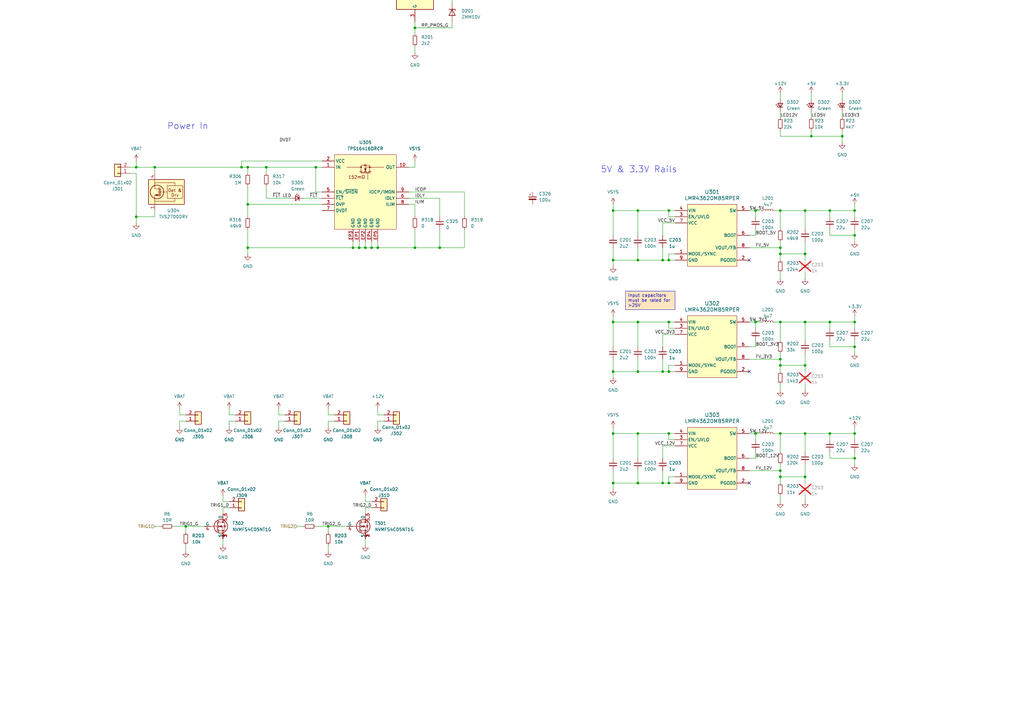
<source format=kicad_sch>
(kicad_sch (version 20231120) (generator "eeschema") (generator_version "8.0")
  (paper "A3")
  (junction (at 309.88 132.08))
  (junction (at 320.04 132.08))
  (junction (at 63.5 68.58))
  (junction (at 320.04 195.58))
  (junction (at 274.32 177.8))
  (junction (at 251.46 132.08))
  (junction (at 320.04 86.36))
  (junction (at 101.6 68.58))
  (junction (at 350.52 132.08))
  (junction (at 330.2 86.36))
  (junction (at 251.46 152.4))
  (junction (at 274.32 152.4))
  (junction (at 309.88 177.8))
  (junction (at 152.4 101.6))
  (junction (at 144.78 101.6))
  (junction (at 320.04 101.6))
  (junction (at 149.86 101.6))
  (junction (at 251.46 198.12))
  (junction (at 261.62 177.8))
  (junction (at 340.36 132.08))
  (junction (at 101.6 83.82))
  (junction (at 345.44 55.88))
  (junction (at 271.78 106.68))
  (junction (at 350.52 96.52))
  (junction (at 350.52 142.24))
  (junction (at 261.62 152.4))
  (junction (at 320.04 149.86))
  (junction (at 274.32 86.36))
  (junction (at 185.42 -1.27))
  (junction (at 251.46 177.8))
  (junction (at 340.36 177.8))
  (junction (at 251.46 106.68))
  (junction (at 309.88 86.36))
  (junction (at 154.94 101.6))
  (junction (at 330.2 132.08))
  (junction (at 350.52 177.8))
  (junction (at 320.04 104.14))
  (junction (at 330.2 149.86))
  (junction (at 261.62 132.08))
  (junction (at 170.18 11.43))
  (junction (at 332.74 55.88))
  (junction (at 274.32 198.12))
  (junction (at 55.88 68.58))
  (junction (at 320.04 177.8))
  (junction (at 274.32 132.08))
  (junction (at 330.2 195.58))
  (junction (at 274.32 106.68))
  (junction (at 76.2 215.9))
  (junction (at 320.04 147.32))
  (junction (at 340.36 86.36))
  (junction (at 109.22 68.58))
  (junction (at 170.18 101.6))
  (junction (at 99.06 68.58))
  (junction (at 261.62 198.12))
  (junction (at 330.2 104.14))
  (junction (at 147.32 101.6))
  (junction (at 261.62 106.68))
  (junction (at 350.52 86.36))
  (junction (at 271.78 198.12))
  (junction (at 129.54 68.58))
  (junction (at 134.62 215.9))
  (junction (at 350.52 187.96))
  (junction (at 261.62 86.36))
  (junction (at 330.2 177.8))
  (junction (at 251.46 86.36))
  (junction (at 55.88 88.9))
  (junction (at 180.34 101.6))
  (junction (at 320.04 193.04))
  (junction (at 271.78 152.4))
  (junction (at 101.6 101.6))
  (no_connect (at 307.34 152.4))
  (no_connect (at 307.34 198.12))
  (no_connect (at 307.34 106.68))
  (wire (pts (xy 340.36 142.24) (xy 350.52 142.24)))
  (wire (pts (xy 185.42 11.43) (xy 170.18 11.43)))
  (wire (pts (xy 251.46 83.82) (xy 251.46 86.36)))
  (wire (pts (xy 63.5 215.9) (xy 66.04 215.9)))
  (wire (pts (xy 332.74 38.1) (xy 332.74 40.64)))
  (wire (pts (xy 320.04 38.1) (xy 320.04 40.64)))
  (wire (pts (xy 152.4 101.6) (xy 152.4 99.06)))
  (wire (pts (xy 121.92 215.9) (xy 124.46 215.9)))
  (wire (pts (xy 320.04 157.48) (xy 320.04 160.02)))
  (wire (pts (xy 309.88 132.08) (xy 312.42 132.08)))
  (wire (pts (xy 332.74 45.72) (xy 332.74 48.26)))
  (wire (pts (xy 274.32 106.68) (xy 276.86 106.68)))
  (wire (pts (xy 109.22 81.28) (xy 109.22 76.2)))
  (wire (pts (xy 340.36 86.36) (xy 350.52 86.36)))
  (wire (pts (xy 274.32 195.58) (xy 276.86 195.58)))
  (wire (pts (xy 251.46 152.4) (xy 261.62 152.4)))
  (wire (pts (xy 330.2 111.76) (xy 330.2 114.3)))
  (wire (pts (xy 350.52 139.7) (xy 350.52 142.24)))
  (wire (pts (xy 271.78 147.32) (xy 271.78 152.4)))
  (wire (pts (xy 53.34 68.58) (xy 55.88 68.58)))
  (wire (pts (xy 55.88 66.04) (xy 55.88 68.58)))
  (wire (pts (xy 320.04 55.88) (xy 320.04 53.34)))
  (wire (pts (xy 116.84 172.72) (xy 114.3 172.72)))
  (wire (pts (xy 274.32 198.12) (xy 276.86 198.12)))
  (wire (pts (xy 345.44 38.1) (xy 345.44 40.64)))
  (wire (pts (xy 350.52 88.9) (xy 350.52 86.36)))
  (wire (pts (xy 180.34 101.6) (xy 170.18 101.6)))
  (wire (pts (xy 307.34 101.6) (xy 320.04 101.6)))
  (wire (pts (xy 116.84 170.18) (xy 114.3 170.18)))
  (wire (pts (xy 309.88 86.36) (xy 312.42 86.36)))
  (wire (pts (xy 350.52 175.26) (xy 350.52 177.8)))
  (wire (pts (xy 307.34 193.04) (xy 320.04 193.04)))
  (wire (pts (xy 320.04 177.8) (xy 320.04 185.42)))
  (wire (pts (xy 99.06 66.04) (xy 99.06 68.58)))
  (wire (pts (xy 309.88 139.7) (xy 309.88 142.24)))
  (wire (pts (xy 340.36 132.08) (xy 350.52 132.08)))
  (wire (pts (xy 309.88 88.9) (xy 309.88 86.36)))
  (wire (pts (xy 101.6 93.98) (xy 101.6 101.6)))
  (wire (pts (xy 73.66 170.18) (xy 73.66 167.64)))
  (wire (pts (xy 274.32 132.08) (xy 274.32 134.62)))
  (wire (pts (xy 157.48 170.18) (xy 154.94 170.18)))
  (wire (pts (xy 251.46 177.8) (xy 261.62 177.8)))
  (wire (pts (xy 93.98 205.74) (xy 91.44 205.74)))
  (wire (pts (xy 271.78 137.16) (xy 276.86 137.16)))
  (wire (pts (xy 180.34 93.98) (xy 180.34 101.6)))
  (wire (pts (xy 332.74 55.88) (xy 345.44 55.88)))
  (wire (pts (xy 330.2 132.08) (xy 340.36 132.08)))
  (wire (pts (xy 251.46 129.54) (xy 251.46 132.08)))
  (wire (pts (xy 261.62 101.6) (xy 261.62 106.68)))
  (wire (pts (xy 340.36 134.62) (xy 340.36 132.08)))
  (wire (pts (xy 129.54 215.9) (xy 134.62 215.9)))
  (wire (pts (xy 274.32 86.36) (xy 274.32 88.9)))
  (wire (pts (xy 101.6 68.58) (xy 109.22 68.58)))
  (wire (pts (xy 190.5 93.98) (xy 190.5 101.6)))
  (wire (pts (xy 271.78 96.52) (xy 271.78 91.44)))
  (wire (pts (xy 271.78 91.44) (xy 276.86 91.44)))
  (wire (pts (xy 320.04 190.5) (xy 320.04 193.04)))
  (wire (pts (xy 330.2 195.58) (xy 330.2 198.12)))
  (wire (pts (xy 251.46 96.52) (xy 251.46 86.36)))
  (wire (pts (xy 73.66 175.26) (xy 73.66 172.72)))
  (wire (pts (xy 274.32 86.36) (xy 276.86 86.36)))
  (wire (pts (xy 320.04 86.36) (xy 330.2 86.36)))
  (wire (pts (xy 109.22 68.58) (xy 129.54 68.58)))
  (wire (pts (xy 309.88 96.52) (xy 307.34 96.52)))
  (wire (pts (xy 261.62 86.36) (xy 274.32 86.36)))
  (wire (pts (xy 317.5 86.36) (xy 320.04 86.36)))
  (wire (pts (xy 309.88 134.62) (xy 309.88 132.08)))
  (wire (pts (xy 261.62 187.96) (xy 261.62 177.8)))
  (wire (pts (xy 96.52 172.72) (xy 93.98 172.72)))
  (wire (pts (xy 340.36 139.7) (xy 340.36 142.24)))
  (wire (pts (xy 350.52 129.54) (xy 350.52 132.08)))
  (wire (pts (xy 251.46 101.6) (xy 251.46 106.68)))
  (wire (pts (xy 332.74 55.88) (xy 320.04 55.88)))
  (wire (pts (xy 274.32 195.58) (xy 274.32 198.12)))
  (wire (pts (xy 76.2 170.18) (xy 73.66 170.18)))
  (wire (pts (xy 276.86 180.34) (xy 274.32 180.34)))
  (wire (pts (xy 320.04 147.32) (xy 320.04 149.86)))
  (wire (pts (xy 309.88 177.8) (xy 312.42 177.8)))
  (wire (pts (xy 350.52 185.42) (xy 350.52 187.96)))
  (wire (pts (xy 76.2 172.72) (xy 73.66 172.72)))
  (wire (pts (xy 251.46 86.36) (xy 261.62 86.36)))
  (wire (pts (xy 134.62 175.26) (xy 134.62 172.72)))
  (wire (pts (xy 320.04 144.78) (xy 320.04 147.32)))
  (wire (pts (xy 271.78 198.12) (xy 274.32 198.12)))
  (wire (pts (xy 251.46 106.68) (xy 261.62 106.68)))
  (wire (pts (xy 340.36 185.42) (xy 340.36 187.96)))
  (wire (pts (xy 274.32 177.8) (xy 276.86 177.8)))
  (wire (pts (xy 157.48 172.72) (xy 154.94 172.72)))
  (wire (pts (xy 309.88 142.24) (xy 307.34 142.24)))
  (wire (pts (xy 185.42 1.27) (xy 185.42 -1.27)))
  (wire (pts (xy 152.4 205.74) (xy 149.86 205.74)))
  (wire (pts (xy 350.52 93.98) (xy 350.52 96.52)))
  (wire (pts (xy 271.78 152.4) (xy 274.32 152.4)))
  (wire (pts (xy 340.36 93.98) (xy 340.36 96.52)))
  (wire (pts (xy 320.04 132.08) (xy 330.2 132.08)))
  (wire (pts (xy 330.2 104.14) (xy 330.2 106.68)))
  (wire (pts (xy 320.04 101.6) (xy 320.04 104.14)))
  (wire (pts (xy 114.3 170.18) (xy 114.3 167.64)))
  (wire (pts (xy 190.5 101.6) (xy 180.34 101.6)))
  (wire (pts (xy 330.2 149.86) (xy 330.2 152.4)))
  (wire (pts (xy 307.34 132.08) (xy 309.88 132.08)))
  (wire (pts (xy 55.88 88.9) (xy 55.88 71.12)))
  (wire (pts (xy 137.16 170.18) (xy 134.62 170.18)))
  (wire (pts (xy 129.54 68.58) (xy 129.54 78.74)))
  (wire (pts (xy 185.42 8.89) (xy 185.42 11.43)))
  (wire (pts (xy 101.6 101.6) (xy 144.78 101.6)))
  (wire (pts (xy 274.32 177.8) (xy 274.32 180.34)))
  (wire (pts (xy 261.62 193.04) (xy 261.62 198.12)))
  (wire (pts (xy 320.04 195.58) (xy 320.04 193.04)))
  (wire (pts (xy 101.6 83.82) (xy 132.08 83.82)))
  (wire (pts (xy 307.34 86.36) (xy 309.88 86.36)))
  (wire (pts (xy 276.86 134.62) (xy 274.32 134.62)))
  (wire (pts (xy 320.04 149.86) (xy 320.04 152.4)))
  (wire (pts (xy 271.78 101.6) (xy 271.78 106.68)))
  (wire (pts (xy 99.06 66.04) (xy 132.08 66.04)))
  (wire (pts (xy 320.04 177.8) (xy 330.2 177.8)))
  (wire (pts (xy 320.04 132.08) (xy 320.04 139.7)))
  (wire (pts (xy 93.98 170.18) (xy 93.98 167.64)))
  (wire (pts (xy 251.46 152.4) (xy 251.46 154.94)))
  (wire (pts (xy 149.86 208.28) (xy 152.4 208.28)))
  (wire (pts (xy 330.2 190.5) (xy 330.2 195.58)))
  (wire (pts (xy 274.32 149.86) (xy 274.32 152.4)))
  (wire (pts (xy 320.04 195.58) (xy 330.2 195.58)))
  (wire (pts (xy 309.88 93.98) (xy 309.88 96.52)))
  (wire (pts (xy 170.18 19.05) (xy 170.18 21.59)))
  (wire (pts (xy 340.36 180.34) (xy 340.36 177.8)))
  (wire (pts (xy 101.6 68.58) (xy 101.6 71.12)))
  (wire (pts (xy 91.44 208.28) (xy 93.98 208.28)))
  (wire (pts (xy 154.94 170.18) (xy 154.94 167.64)))
  (wire (pts (xy 320.04 111.76) (xy 320.04 114.3)))
  (wire (pts (xy 274.32 104.14) (xy 274.32 106.68)))
  (wire (pts (xy 271.78 193.04) (xy 271.78 198.12)))
  (wire (pts (xy 309.88 187.96) (xy 307.34 187.96)))
  (wire (pts (xy 350.52 142.24) (xy 350.52 144.78)))
  (wire (pts (xy 134.62 170.18) (xy 134.62 167.64)))
  (wire (pts (xy 101.6 76.2) (xy 101.6 83.82)))
  (wire (pts (xy 180.34 81.28) (xy 180.34 88.9)))
  (wire (pts (xy 271.78 187.96) (xy 271.78 182.88)))
  (wire (pts (xy 340.36 88.9) (xy 340.36 86.36)))
  (wire (pts (xy 345.44 53.34) (xy 345.44 55.88)))
  (wire (pts (xy 274.32 104.14) (xy 276.86 104.14)))
  (wire (pts (xy 251.46 193.04) (xy 251.46 198.12)))
  (wire (pts (xy 317.5 177.8) (xy 320.04 177.8)))
  (wire (pts (xy 154.94 175.26) (xy 154.94 172.72)))
  (wire (pts (xy 144.78 101.6) (xy 147.32 101.6)))
  (wire (pts (xy 251.46 187.96) (xy 251.46 177.8)))
  (wire (pts (xy 251.46 142.24) (xy 251.46 132.08)))
  (wire (pts (xy 124.46 81.28) (xy 132.08 81.28)))
  (wire (pts (xy 170.18 83.82) (xy 170.18 88.9)))
  (wire (pts (xy 320.04 203.2) (xy 320.04 205.74)))
  (wire (pts (xy 320.04 104.14) (xy 330.2 104.14)))
  (wire (pts (xy 109.22 68.58) (xy 109.22 71.12)))
  (wire (pts (xy 330.2 157.48) (xy 330.2 160.02)))
  (wire (pts (xy 345.44 45.72) (xy 345.44 48.26)))
  (wire (pts (xy 309.88 180.34) (xy 309.88 177.8)))
  (wire (pts (xy 170.18 93.98) (xy 170.18 101.6)))
  (wire (pts (xy 170.18 11.43) (xy 170.18 13.97)))
  (wire (pts (xy 76.2 226.06) (xy 76.2 223.52)))
  (wire (pts (xy 340.36 177.8) (xy 350.52 177.8)))
  (wire (pts (xy 261.62 177.8) (xy 274.32 177.8)))
  (wire (pts (xy 55.88 68.58) (xy 63.5 68.58)))
  (wire (pts (xy 101.6 68.58) (xy 99.06 68.58)))
  (wire (pts (xy 261.62 132.08) (xy 274.32 132.08)))
  (wire (pts (xy 170.18 83.82) (xy 167.64 83.82)))
  (wire (pts (xy 261.62 96.52) (xy 261.62 86.36)))
  (wire (pts (xy 350.52 83.82) (xy 350.52 86.36)))
  (wire (pts (xy 185.42 -1.27) (xy 182.88 -1.27)))
  (wire (pts (xy 53.34 71.12) (xy 55.88 71.12)))
  (wire (pts (xy 330.2 177.8) (xy 330.2 185.42)))
  (wire (pts (xy 134.62 226.06) (xy 134.62 223.52)))
  (wire (pts (xy 190.5 78.74) (xy 190.5 88.9)))
  (wire (pts (xy 271.78 142.24) (xy 271.78 137.16)))
  (wire (pts (xy 309.88 185.42) (xy 309.88 187.96)))
  (wire (pts (xy 330.2 132.08) (xy 330.2 139.7)))
  (wire (pts (xy 350.52 134.62) (xy 350.52 132.08)))
  (wire (pts (xy 170.18 66.04) (xy 170.18 68.58)))
  (wire (pts (xy 170.18 101.6) (xy 154.94 101.6)))
  (wire (pts (xy 251.46 147.32) (xy 251.46 152.4)))
  (wire (pts (xy 144.78 101.6) (xy 144.78 99.06)))
  (wire (pts (xy 55.88 88.9) (xy 63.5 88.9)))
  (wire (pts (xy 274.32 149.86) (xy 276.86 149.86)))
  (wire (pts (xy 251.46 106.68) (xy 251.46 109.22)))
  (wire (pts (xy 147.32 101.6) (xy 149.86 101.6)))
  (wire (pts (xy 340.36 187.96) (xy 350.52 187.96)))
  (wire (pts (xy 76.2 215.9) (xy 83.82 215.9)))
  (wire (pts (xy 350.52 96.52) (xy 350.52 99.06)))
  (wire (pts (xy 114.3 175.26) (xy 114.3 172.72)))
  (wire (pts (xy 320.04 149.86) (xy 330.2 149.86)))
  (wire (pts (xy 149.86 101.6) (xy 152.4 101.6)))
  (wire (pts (xy 332.74 53.34) (xy 332.74 55.88)))
  (wire (pts (xy 350.52 187.96) (xy 350.52 190.5)))
  (wire (pts (xy 261.62 152.4) (xy 271.78 152.4)))
  (wire (pts (xy 101.6 83.82) (xy 101.6 88.9)))
  (wire (pts (xy 63.5 68.58) (xy 99.06 68.58)))
  (wire (pts (xy 147.32 101.6) (xy 147.32 99.06)))
  (wire (pts (xy 91.44 220.98) (xy 91.44 223.52)))
  (wire (pts (xy 350.52 180.34) (xy 350.52 177.8)))
  (wire (pts (xy 132.08 78.74) (xy 129.54 78.74)))
  (wire (pts (xy 261.62 142.24) (xy 261.62 132.08)))
  (wire (pts (xy 152.4 101.6) (xy 154.94 101.6)))
  (wire (pts (xy 320.04 86.36) (xy 320.04 93.98)))
  (wire (pts (xy 271.78 106.68) (xy 274.32 106.68)))
  (wire (pts (xy 330.2 86.36) (xy 330.2 93.98)))
  (wire (pts (xy 119.38 81.28) (xy 109.22 81.28)))
  (wire (pts (xy 76.2 215.9) (xy 76.2 218.44)))
  (wire (pts (xy 251.46 175.26) (xy 251.46 177.8)))
  (wire (pts (xy 330.2 144.78) (xy 330.2 149.86)))
  (wire (pts (xy 320.04 45.72) (xy 320.04 48.26)))
  (wire (pts (xy 167.64 78.74) (xy 190.5 78.74)))
  (wire (pts (xy 340.36 96.52) (xy 350.52 96.52)))
  (wire (pts (xy 134.62 215.9) (xy 134.62 218.44)))
  (wire (pts (xy 129.54 68.58) (xy 132.08 68.58)))
  (wire (pts (xy 137.16 172.72) (xy 134.62 172.72)))
  (wire (pts (xy 307.34 147.32) (xy 320.04 147.32)))
  (wire (pts (xy 149.86 220.98) (xy 149.86 223.52)))
  (wire (pts (xy 271.78 182.88) (xy 276.86 182.88)))
  (wire (pts (xy 96.52 170.18) (xy 93.98 170.18)))
  (wire (pts (xy 63.5 68.58) (xy 63.5 71.12)))
  (wire (pts (xy 154.94 101.6) (xy 154.94 99.06)))
  (wire (pts (xy 274.32 132.08) (xy 276.86 132.08)))
  (wire (pts (xy 320.04 104.14) (xy 320.04 106.68)))
  (wire (pts (xy 149.86 210.82) (xy 149.86 208.28)))
  (wire (pts (xy 330.2 203.2) (xy 330.2 205.74)))
  (wire (pts (xy 71.12 215.9) (xy 76.2 215.9)))
  (wire (pts (xy 170.18 8.89) (xy 170.18 11.43)))
  (wire (pts (xy 320.04 99.06) (xy 320.04 101.6)))
  (wire (pts (xy 320.04 195.58) (xy 320.04 198.12)))
  (wire (pts (xy 276.86 88.9) (xy 274.32 88.9)))
  (wire (pts (xy 330.2 99.06) (xy 330.2 104.14)))
  (wire (pts (xy 330.2 177.8) (xy 340.36 177.8)))
  (wire (pts (xy 185.42 -3.81) (xy 185.42 -1.27)))
  (wire (pts (xy 167.64 81.28) (xy 180.34 81.28)))
  (wire (pts (xy 167.64 68.58) (xy 170.18 68.58)))
  (wire (pts (xy 345.44 55.88) (xy 345.44 58.42)))
  (wire (pts (xy 91.44 210.82) (xy 91.44 208.28)))
  (wire (pts (xy 261.62 147.32) (xy 261.62 152.4)))
  (wire (pts (xy 317.5 132.08) (xy 320.04 132.08)))
  (wire (pts (xy 251.46 198.12) (xy 251.46 200.66)))
  (wire (pts (xy 274.32 152.4) (xy 276.86 152.4)))
  (wire (pts (xy 251.46 198.12) (xy 261.62 198.12)))
  (wire (pts (xy 330.2 86.36) (xy 340.36 86.36)))
  (wire (pts (xy 55.88 91.44) (xy 55.88 88.9)))
  (wire (pts (xy 149.86 101.6) (xy 149.86 99.06)))
  (wire (pts (xy 261.62 198.12) (xy 271.78 198.12)))
  (wire (pts (xy 134.62 215.9) (xy 142.24 215.9)))
  (wire (pts (xy 261.62 106.68) (xy 271.78 106.68)))
  (wire (pts (xy 63.5 86.36) (xy 63.5 88.9)))
  (wire (pts (xy 93.98 175.26) (xy 93.98 172.72)))
  (wire (pts (xy 101.6 104.14) (xy 101.6 101.6)))
  (wire (pts (xy 251.46 132.08) (xy 261.62 132.08)))
  (wire (pts (xy 149.86 205.74) (xy 149.86 203.2)))
  (wire (pts (xy 91.44 205.74) (xy 91.44 203.2)))
  (wire (pts (xy 307.34 177.8) (xy 309.88 177.8)))
  (text_box "Input capacitors must be rated for >25V" (at 256.54 119.38 0) (size 20.32 7.62) (fill (type color) (color 255 229 191 1)) (effects (font (size 1.27 1.27)) (justify left top)))
  (text "Power In" (at 68.58 53.34 0) (effects (font (size 2.54 2.54)) (justify left bottom)))
  (text "5V & 3.3V Rails" (at 246.38 71.12 0) (effects (font (size 2.54 2.54)) (justify left bottom)))
  (label "DVDT" (at 119.38 58.42 180))
  (label "FV_12V" (at 309.88 193.04 0))
  (label "TRIG2_G" (at 132.08 215.9 0))
  (label "BOOT_5V" (at 309.88 96.52 0))
  (label "VCC_3V3" (at 276.86 137.16 180))
  (label "VCC_5V" (at 276.86 91.44 180))
  (label "BOOT_12V" (at 309.88 187.96 0))
  (label "TRIG1_G" (at 73.66 215.9 0))
  (label "~{FLT} LED" (at 111.76 81.28 0))
  (label "VCC_12V" (at 276.86 182.88 180))
  (label "TRIG1_D" (at 93.98 208.28 180))
  (label "~{FLT}" (at 127 81.28 0))
  (label "TRIG2_D" (at 152.4 208.28 180))
  (label "SW_12V" (at 307.34 177.8 0))
  (label "SW_3V3" (at 307.34 132.08 0))
  (label "LED3V3" (at 345.44 48.26 0))
  (label "FV_5V" (at 309.88 101.6 0))
  (label "LED5V" (at 332.74 48.26 0))
  (label "LED12V" (at 320.04 48.26 0))
  (label "RP_PMOS_G" (at 172.72 11.43 0))
  (label "FV_3V3" (at 309.88 147.32 0))
  (label "IDLY" (at 170.18 81.28 0))
  (label "ILIM" (at 170.18 83.82 0))
  (label "SW_5V" (at 307.34 86.36 0))
  (label "ICOP" (at 170.18 78.74 0))
  (label "BOOT_3V3" (at 309.88 142.24 0))
  (hierarchical_label "TRIG2" (shape input) (at 121.92 215.9 180))
  (hierarchical_label "TRIG1" (shape input) (at 63.5 215.9 180))
  (symbol (lib_id "Connector_Generic:Conn_01x02") (at 121.92 172.72 0) (mirror x) (unit 1)
    (property "Reference" "J307" (at 121.92 179.07 0))
    (property "Value" "Conn_01x02" (at 121.92 176.53 0))
    (property "Footprint" "Connector_AMASS:AMASS_XT30U-F_1x02_P5.0mm_Vertical" (effects (hide yes)))
  )
  (symbol (lib_id "power:GND") (at 330.2 114.3 0) (unit 1)
    (property "Reference" "#PWR0207" (effects (hide yes)))
    (property "Value" "GND" (at 330.2 119.38 0))
    (instances (project "Motor Driver Board" (path "" (reference "#PWR0207") (unit 1))) (project "main_PCB_v2" (path "" (reference "#PWR0316") (unit 1))) (project "101 PCB" (path "" (reference "#PWR0168") (unit 1))))
  )
  (symbol (lib_id "power:GND") (at 350.52 190.5 0) (unit 1)
    (property "Reference" "#PWR0207" (effects (hide yes)))
    (property "Value" "GND" (at 350.52 195.58 0))
    (instances (project "Motor Driver Board" (path "" (reference "#PWR0207") (unit 1))) (project "main_PCB_v2" (path "" (reference "#PWR0308") (unit 1))) (project "101 PCB" (path "" (reference "#PWR0168") (unit 1))))
  )
  (symbol (lib_id "SSL_Symbols:VBAT") (at 55.88 66.04 0) (unit 1)
    (property "Reference" "#PWR0322" (effects (hide yes)))
    (property "Value" "VBAT" (at 55.88 60.96 0))
  )
  (symbol (lib_id "SSL_Symbols:VBAT") (at 73.66 167.64 0) (unit 1)
    (property "Reference" "#PWR0314" (effects (hide yes)))
    (property "Value" "VBAT" (at 73.66 162.56 0))
  )
  (symbol (lib_id "Device:R_Small") (at 320.04 187.96 0) (unit 1)
    (property "Reference" "R202" (at 322.58 187.325 0) (effects (justify left)))
    (property "Value" "120k" (at 322.58 189.865 0) (effects (justify left)))
    (property "Footprint" "Resistor_SMD:R_0402_1005Metric" (effects (hide yes)))
    (instances (project "Motor Driver Board" (path "" (reference "R202") (unit 1))) (project "main_PCB_v2" (path "" (reference "R301") (unit 1))) (project "Power Board" (path "" (reference "R215") (unit 1))) (project "101 PCB" (path "" (reference "R101") (unit 1))))
  )
  (symbol (lib_id "Device:R_Small") (at 190.5 91.44 0) (unit 1)
    (property "Reference" "R319" (at 193.04 90.17 0) (effects (justify left)))
    (property "Value" "0" (at 193.04 92.71 0) (effects (justify left)))
    (property "Footprint" "Resistor_SMD:R_0402_1005Metric" (effects (hide yes)))
  )
  (symbol (lib_id "Connector_Generic:Conn_01x02") (at 162.56 172.72 0) (mirror x) (unit 1)
    (property "Reference" "J302" (at 162.56 177.8 0))
    (property "Value" "Conn_01x02" (at 162.56 175.26 0))
    (property "Footprint" "Connector_AMASS:AMASS_XT30U-F_1x02_P5.0mm_Vertical" (effects (hide yes)))
  )
  (symbol (lib_id "power:GND") (at 134.62 226.06 0) (mirror y) (unit 1)
    (property "Reference" "#PWR072" (effects (hide yes)))
    (property "Value" "GND" (at 134.62 231.14 0))
    (instances (project "DE10-lite_shield" (path "" (reference "#PWR072") (unit 1)) (path "" (reference "#PWR072") (unit 1))) (project "Motor Driver Board" (path "" (reference "#PWR0209") (unit 1))) (project "main_PCB_v2" (path "" (reference "#PWR0346") (unit 1))) (project "Power Board" (path "" (reference "#PWR037") (unit 1))))
  )
  (symbol (lib_id "power:+3.3V") (at 345.44 38.1 0) (unit 1)
    (property "Reference" "#PWR0221" (effects (hide yes)))
    (property "Value" "+3.3V" (at 345.44 34.29 0))
    (instances (project "Motor Driver Board" (path "" (reference "#PWR0221") (unit 1))) (project "main_PCB_v2" (path "" (reference "#PWR0319") (unit 1))) (project "Power Board" (path "" (reference "#PWR0251") (unit 1))) (project "101 PCB" (path "" (reference "#PWR0114") (unit 1))))
  )
  (symbol (lib_id "Device:C_Small") (at 261.62 99.06 0) (unit 1)
    (property "Reference" "C203" (at 264.16 98.4313 0) (effects (justify left)))
    (property "Value" "100n" (at 264.16 100.9713 0) (effects (justify left)))
    (property "Footprint" "Capacitor_SMD:C_0402_1005Metric" (effects (hide yes)))
    (instances (project "Motor Driver Board" (path "" (reference "C203") (unit 1))) (project "main_PCB_v2" (path "" (reference "C321") (unit 1))) (project "Power Board" (path "" (reference "C208") (unit 1))) (project "101 PCB" (path "" (reference "C102") (unit 1))))
  )
  (symbol (lib_id "Connector_Generic:Conn_01x02") (at 99.06 208.28 0) (mirror x) (unit 1)
    (property "Reference" "J309" (at 99.06 203.2 0))
    (property "Value" "Conn_01x02" (at 99.06 200.66 0))
    (property "Footprint" "Connector_AMASS:AMASS_XT30U-F_1x02_P5.0mm_Vertical" (effects (hide yes)))
  )
  (symbol (lib_id "Device:LED_Small") (at 121.92 81.28 0) (mirror y) (unit 1)
    (property "Reference" "D305" (at 119.38 74.93 0) (effects (justify right)))
    (property "Value" "Green" (at 119.38 77.47 0) (effects (justify right)))
    (property "Footprint" "LED_SMD:LED_0402_1005Metric" (effects (hide yes)))
  )
  (symbol (lib_id "power:GND") (at 330.2 205.74 0) (unit 1)
    (property "Reference" "#PWR0207" (effects (hide yes)))
    (property "Value" "GND" (at 330.2 210.82 0))
    (instances (project "Motor Driver Board" (path "" (reference "#PWR0207") (unit 1))) (project "main_PCB_v2" (path "" (reference "#PWR0310") (unit 1))) (project "101 PCB" (path "" (reference "#PWR0168") (unit 1))))
  )
  (symbol (lib_id "power:GND") (at 93.98 175.26 0) (mirror y) (unit 1)
    (property "Reference" "#PWR072" (effects (hide yes)))
    (property "Value" "GND" (at 93.98 180.34 0))
    (instances (project "DE10-lite_shield" (path "" (reference "#PWR072") (unit 1)) (path "" (reference "#PWR072") (unit 1))) (project "Motor Driver Board" (path "" (reference "#PWR0204") (unit 1))) (project "main_PCB_v2" (path "" (reference "#PWR0327") (unit 1))) (project "Power Board" (path "" (reference "#PWR037") (unit 1))))
  )
  (symbol (lib_id "power:+12V") (at 154.94 167.64 0) (unit 1)
    (property "Reference" "#PWR0309" (effects (hide yes)))
    (property "Value" "+12V" (at 154.94 162.56 0))
  )
  (symbol (lib_id "power:GND") (at 251.46 200.66 0) (unit 1)
    (property "Reference" "#PWR0207" (effects (hide yes)))
    (property "Value" "GND" (at 251.46 205.74 0))
    (instances (project "Motor Driver Board" (path "" (reference "#PWR0207") (unit 1))) (project "main_PCB_v2" (path "" (reference "#PWR0305") (unit 1))) (project "101 PCB" (path "" (reference "#PWR0168") (unit 1))))
  )
  (symbol (lib_id "SSL_Symbols:VBAT") (at 91.44 203.2 0) (unit 1)
    (property "Reference" "#PWR0313" (effects (hide yes)))
    (property "Value" "VBAT" (at 91.44 198.12 0))
  )
  (symbol (lib_id "Connector_Generic:Conn_01x02") (at 101.6 172.72 0) (mirror x) (unit 1)
    (property "Reference" "J306" (at 101.6 179.07 0))
    (property "Value" "Conn_01x02" (at 101.6 176.53 0))
    (property "Footprint" "Connector_AMASS:AMASS_XT30U-F_1x02_P5.0mm_Vertical" (effects (hide yes)))
  )
  (symbol (lib_id "Device:C_Small") (at 330.2 154.94 0) (unit 1) (dnp yes)
    (property "Reference" "C203" (at 332.74 154.3113 0) (effects (justify left)))
    (property "Value" "1n" (at 332.74 156.8513 0) (effects (justify left)))
    (property "Footprint" "Capacitor_SMD:C_0402_1005Metric" (effects (hide yes)))
    (instances (project "Motor Driver Board" (path "" (reference "C203") (unit 1))) (project "main_PCB_v2" (path "" (reference "C323") (unit 1))) (project "Power Board" (path "" (reference "C208") (unit 1))) (project "101 PCB" (path "" (reference "C102") (unit 1))))
  )
  (symbol (lib_id "Device:R_Small") (at 170.18 91.44 0) (unit 1)
    (property "Reference" "R318" (at 172.72 90.17 0) (effects (justify left)))
    (property "Value" "0" (at 172.72 92.71 0) (effects (justify left)))
    (property "Footprint" "Resistor_SMD:R_0402_1005Metric" (effects (hide yes)))
  )
  (symbol (lib_id "Device:C_Small") (at 309.88 182.88 0) (unit 1)
    (property "Reference" "C203" (at 312.42 182.2513 0) (effects (justify left)))
    (property "Value" "100n" (at 312.42 184.7913 0) (effects (justify left)))
    (property "Footprint" "Capacitor_SMD:C_0402_1005Metric" (effects (hide yes)))
    (instances (project "Motor Driver Board" (path "" (reference "C203") (unit 1))) (project "main_PCB_v2" (path "" (reference "C304") (unit 1))) (project "Power Board" (path "" (reference "C208") (unit 1))) (project "101 PCB" (path "" (reference "C102") (unit 1))))
  )
  (symbol (lib_id "Device:R_Small") (at 320.04 109.22 0) (unit 1)
    (property "Reference" "R203" (at 322.58 107.95 0) (effects (justify left)))
    (property "Value" "12k4" (at 322.58 110.49 0) (effects (justify left)))
    (property "Footprint" "Resistor_SMD:R_0402_1005Metric" (effects (hide yes)))
    (instances (project "Motor Driver Board" (path "" (reference "R203") (unit 1))) (project "main_PCB_v2" (path "" (reference "R309") (unit 1))) (project "Power Board" (path "" (reference "R216") (unit 1))) (project "101 PCB" (path "" (reference "R102") (unit 1))))
  )
  (symbol (lib_id "Connector_Generic:Conn_01x02") (at 142.24 172.72 0) (mirror x) (unit 1)
    (property "Reference" "J308" (at 142.24 179.07 0))
    (property "Value" "Conn_01x02" (at 142.24 176.53 0))
    (property "Footprint" "Connector_AMASS:AMASS_XT30U-F_1x02_P5.0mm_Vertical" (effects (hide yes)))
  )
  (symbol (lib_id "Device:C_Small") (at 350.52 137.16 0) (unit 1)
    (property "Reference" "C207" (at 353.06 136.5313 0) (effects (justify left)))
    (property "Value" "22u" (at 353.06 139.0713 0) (effects (justify left)))
    (property "Footprint" "Capacitor_SMD:C_0603_1608Metric" (effects (hide yes)))
    (instances (project "Motor Driver Board" (path "" (reference "C207") (unit 1))) (project "main_PCB_v2" (path "" (reference "C320") (unit 1))) (project "Power Board" (path "" (reference "C215") (unit 1))) (project "101 PCB" (path "" (reference "C103") (unit 1))))
  )
  (symbol (lib_id "Device:L_Small") (at 314.96 86.36 90) (unit 1)
    (property "Reference" "L201" (at 314.96 81.28 90))
    (property "Value" "4u7" (at 314.96 83.82 90))
    (property "Footprint" "Inductor_SMD:L_Chilisin_BMRA00040420" (effects (hide yes)))
    (instances (project "Motor Driver Board" (path "" (reference "L201") (unit 1))) (project "main_PCB_v2" (path "" (reference "L305") (unit 1))) (project "Power Board" (path "" (reference "L201") (unit 1))) (project "101 PCB" (path "" (reference "L101") (unit 1))))
  )
  (symbol (lib_id "power:+5V") (at 332.74 38.1 0) (unit 1)
    (property "Reference" "#PWR0219" (effects (hide yes)))
    (property "Value" "+5V" (at 332.74 34.29 0))
    (instances (project "Motor Driver Board" (path "" (reference "#PWR0219") (unit 1))) (project "main_PCB_v2" (path "" (reference "#PWR0318") (unit 1))) (project "Power Board" (path "" (reference "#PWR0248") (unit 1))) (project "101 PCB" (path "" (reference "#PWR0118") (unit 1))))
  )
  (symbol (lib_id "SSL_Symbols:VSYS") (at 170.18 66.04 0) (unit 1)
    (property "Reference" "#PWR0324" (effects (hide yes)))
    (property "Value" "VSYS" (at 170.18 60.96 0))
  )
  (symbol (lib_id "TPS16416DRCR:TPS16416DRCR") (at 149.86 76.2 0) (unit 1)
    (property "Reference" "U305" (at 149.86 58.42 0))
    (property "Value" "TPS16416DRCR" (at 149.86 60.96 0))
    (property "Footprint" "TPS74901DRCR" (effects (hide yes)))
    (property "Datasheet" "https://www.ti.com/product/de-de/TPS1641#all" (effects (hide yes)))
    (property "Description" "Hot Swap Voltage Controllers 2.7-V to 40-V 152-mohm 1.8-A eFuse with output power limiting" (effects (hide yes)))
    (property "Height" "2" (effects (hide yes)))
    (property "Mouser Part Number" "595-TPS16416DRCR" (effects (hide yes)))
    (property "Mouser Price/Stock" "https://www.mouser.co.uk/ProductDetail/Texas-Instruments/TPS16416DRCR?qs=ulEaXIWI0c%2Fz%2F%2Fu%2F0Pxr8Q%3D%3D" (effects (hide yes)))
    (property "Manufacturer_Name" "Texas Instruments" (effects (hide yes)))
    (property "Manufacturer_Part_Number" "TPS16416DRCR" (effects (hide yes)))
  )
  (symbol (lib_id "Connector_Generic:Conn_01x02") (at 48.26 71.12 180) (unit 1)
    (property "Reference" "J301" (at 48.26 77.47 0))
    (property "Value" "Conn_01x02" (at 48.26 74.93 0))
    (property "Footprint" "Connector_AMASS:AMASS_XT60-M_1x02_P7.20mm_Vertical" (effects (hide yes)))
  )
  (symbol (lib_id "power:GND") (at 251.46 154.94 0) (unit 1)
    (property "Reference" "#PWR0207" (effects (hide yes)))
    (property "Value" "GND" (at 251.46 160.02 0))
    (instances (project "Motor Driver Board" (path "" (reference "#PWR0207") (unit 1))) (project "main_PCB_v2" (path "" (reference "#PWR0338") (unit 1))) (project "101 PCB" (path "" (reference "#PWR0168") (unit 1))))
  )
  (symbol (lib_id "Device:LED_Small") (at 345.44 43.18 90) (unit 1)
    (property "Reference" "D302" (at 347.98 41.91 90) (effects (justify right)))
    (property "Value" "Green" (at 347.98 44.45 90) (effects (justify right)))
    (property "Footprint" "LED_SMD:LED_0402_1005Metric" (effects (hide yes)))
    (instances (project "Motor Driver Board" (path "" (reference "D302") (unit 1))) (project "main_PCB_v2" (path "" (reference "D304") (unit 1))))
  )
  (symbol (lib_id "Device:C_Small") (at 271.78 190.5 0) (unit 1)
    (property "Reference" "C203" (at 274.32 189.8713 0) (effects (justify left)))
    (property "Value" "1u" (at 274.32 192.4113 0) (effects (justify left)))
    (property "Footprint" "Capacitor_SMD:C_0402_1005Metric" (effects (hide yes)))
    (instances (project "Motor Driver Board" (path "" (reference "C203") (unit 1))) (project "main_PCB_v2" (path "" (reference "C303") (unit 1))) (project "Power Board" (path "" (reference "C208") (unit 1))) (project "101 PCB" (path "" (reference "C102") (unit 1))))
  )
  (symbol (lib_id "power:GND") (at 55.88 91.44 0) (unit 1)
    (property "Reference" "#PWR0321" (effects (hide yes)))
    (property "Value" "GND" (at 55.88 96.52 0))
  )
  (symbol (lib_id "power:GND") (at 114.3 175.26 0) (mirror y) (unit 1)
    (property "Reference" "#PWR072" (effects (hide yes)))
    (property "Value" "GND" (at 114.3 180.34 0))
    (instances (project "DE10-lite_shield" (path "" (reference "#PWR072") (unit 1)) (path "" (reference "#PWR072") (unit 1))) (project "Motor Driver Board" (path "" (reference "#PWR0209") (unit 1))) (project "main_PCB_v2" (path "" (reference "#PWR0329") (unit 1))) (project "Power Board" (path "" (reference "#PWR037") (unit 1))))
  )
  (symbol (lib_id "SSL_Symbols:VSYS") (at 185.42 -3.81 0) (unit 1)
    (property "Reference" "#PWR0303" (effects (hide yes)))
    (property "Value" "VSYS" (at 185.42 -8.89 0))
  )
  (symbol (lib_id "Device:C_Small") (at 340.36 182.88 0) (unit 1)
    (property "Reference" "C207" (at 342.9 182.2513 0) (effects (justify left)))
    (property "Value" "22u" (at 342.9 184.7913 0) (effects (justify left)))
    (property "Footprint" "Capacitor_SMD:C_0603_1608Metric" (effects (hide yes)))
    (instances (project "Motor Driver Board" (path "" (reference "C207") (unit 1))) (project "main_PCB_v2" (path "" (reference "C305") (unit 1))) (project "Power Board" (path "" (reference "C215") (unit 1))) (project "101 PCB" (path "" (reference "C103") (unit 1))))
  )
  (symbol (lib_id "power:GND") (at 134.62 175.26 0) (mirror y) (unit 1)
    (property "Reference" "#PWR072" (effects (hide yes)))
    (property "Value" "GND" (at 134.62 180.34 0))
    (instances (project "DE10-lite_shield" (path "" (reference "#PWR072") (unit 1)) (path "" (reference "#PWR072") (unit 1))) (project "Motor Driver Board" (path "" (reference "#PWR0209") (unit 1))) (project "main_PCB_v2" (path "" (reference "#PWR0331") (unit 1))) (project "Power Board" (path "" (reference "#PWR037") (unit 1))))
  )
  (symbol (lib_name "NVMFS4C05NT1G_1") (lib_id "SSL_Symbols:NVMFS4C05NT1G") (at 91.44 215.9 0) (unit 1)
    (property "Reference" "T302" (at 95.25 214.63 0) (effects (justify left)))
    (property "Value" "NVMFS4C05NT1G" (at 95.25 217.17 0) (effects (justify left)))
    (property "Footprint" "SSL Footprints:TRANS_NVMFS5834NLWFT1G" (effects (hide yes)))
  )
  (symbol (lib_id "Device:R_Small") (at 170.18 16.51 0) (unit 1)
    (property "Reference" "R201" (at 172.72 15.24 0) (effects (justify left)))
    (property "Value" "2k2" (at 172.72 17.78 0) (effects (justify left)))
    (property "Footprint" "Resistor_SMD:R_0402_1005Metric" (effects (hide yes)))
    (instances (project "Motor Driver Board" (path "" (reference "R201") (unit 1))) (project "main_PCB_v2" (path "" (reference "R307") (unit 1))) (project "101 PCB" (path "" (reference "R108") (unit 1))))
  )
  (symbol (lib_id "Device:C_Small") (at 309.88 91.44 0) (unit 1)
    (property "Reference" "C203" (at 312.42 90.8113 0) (effects (justify left)))
    (property "Value" "100n" (at 312.42 93.3513 0) (effects (justify left)))
    (property "Footprint" "Capacitor_SMD:C_0402_1005Metric" (effects (hide yes)))
    (instances (project "Motor Driver Board" (path "" (reference "C203") (unit 1))) (project "main_PCB_v2" (path "" (reference "C312") (unit 1))) (project "Power Board" (path "" (reference "C208") (unit 1))) (project "101 PCB" (path "" (reference "C102") (unit 1))))
  )
  (symbol (lib_id "DMP3028LFDE-7:DMP3028LFDE") (at 170.18 0 0) (unit 1)
    (property "Reference" "Q302" (at 170.18 -8.89 0))
    (property "Value" "DMP3028LFDE" (at 170.18 -6.35 0))
    (property "Footprint" "SSL Footprints:DMP2066UFDE7" (effects (hide yes)))
    (property "Datasheet" "https://www.diodes.com/assets/Datasheets/DMP3028LFDE.pdf" (effects (hide yes)))
    (property "Manufacturer_Name" "Diodes Inc." (effects (hide yes)))
    (property "Manufacturer_Part_Number" "DMP3028LFDE-7" (effects (hide yes)))
    (property "Mouser Part Number" "621-DMP3028LFDE-7" (effects (hide yes)))
    (property "Mouser Price/Stock" "https://www.mouser.co.uk/ProductDetail/Diodes-Incorporated/DMP3028LFDE-7?qs=wo71MgyKIyE%2FG8iDJwxqKA%3D%3D" (effects (hide yes)))
    (property "Arrow Part Number" "DMP3028LFDE-7" (effects (hide yes)))
    (property "Arrow Price/Stock" "https://www.arrow.com/en/products/dmp3028lfde-7/diodes-incorporated?region=nac" (effects (hide yes)))
  )
  (symbol (lib_id "Device:R_Small") (at 320.04 200.66 0) (unit 1)
    (property "Reference" "R203" (at 322.58 199.39 0) (effects (justify left)))
    (property "Value" "11k" (at 322.58 201.93 0) (effects (justify left)))
    (property "Footprint" "Resistor_SMD:R_0402_1005Metric" (effects (hide yes)))
    (instances (project "Motor Driver Board" (path "" (reference "R203") (unit 1))) (project "main_PCB_v2" (path "" (reference "R302") (unit 1))) (project "Power Board" (path "" (reference "R216") (unit 1))) (project "101 PCB" (path "" (reference "R102") (unit 1))))
  )
  (symbol (lib_id "Device:R_Small") (at 127 215.9 270) (mirror x) (unit 1)
    (property "Reference" "R6" (at 127 210.82 90))
    (property "Value" "10R" (at 127 213.36 90))
    (property "Footprint" "Resistor_SMD:R_0402_1005Metric" (effects (hide yes)))
    (instances (project "DE10-lite_shield" (path "" (reference "R6") (unit 1)) (path "" (reference "R6") (unit 1)) (path "" (reference "R14") (unit 1)) (path "" (reference "R32") (unit 1))) (project "Motor Driver Board" (path "" (reference "R309") (unit 1))) (project "main_PCB_v2" (path "" (reference "R313") (unit 1))) (project "Power Board" (path "" (reference "R24") (unit 1))))
  )
  (symbol (lib_id "Diode:ZMMxx") (at 185.42 5.08 270) (unit 1)
    (property "Reference" "D201" (at 189.23 4.445 90) (effects (justify left)))
    (property "Value" "ZMM10V" (at 189.23 6.985 90) (effects (justify left)))
    (property "Footprint" "Diode_SMD:D_MiniMELF" (effects (hide yes)))
    (property "Datasheet" "https://diotec.com/tl_files/diotec/files/pdf/datasheets/zmm1.pdf" (effects (hide yes)))
    (instances (project "Motor Driver Board" (path "" (reference "D201") (unit 1))) (project "main_PCB_v2" (path "" (reference "D303") (unit 1))) (project "101 PCB" (path "" (reference "D104") (unit 1))))
  )
  (symbol (lib_id "power:GND") (at 101.6 104.14 0) (unit 1)
    (property "Reference" "#PWR0323" (effects (hide yes)))
    (property "Value" "GND" (at 101.6 109.22 0))
  )
  (symbol (lib_id "power:+5V") (at 350.52 83.82 0) (unit 1)
    (property "Reference" "#PWR0219" (effects (hide yes)))
    (property "Value" "+5V" (at 350.52 80.01 0))
    (instances (project "Motor Driver Board" (path "" (reference "#PWR0219") (unit 1))) (project "main_PCB_v2" (path "" (reference "#PWR0335") (unit 1))) (project "Power Board" (path "" (reference "#PWR0248") (unit 1))) (project "101 PCB" (path "" (reference "#PWR0118") (unit 1))))
  )
  (symbol (lib_id "SSL_Symbols:VSYS") (at 251.46 129.54 0) (unit 1)
    (property "Reference" "#PWR0301" (effects (hide yes)))
    (property "Value" "VSYS" (at 251.46 124.46 0))
  )
  (symbol (lib_id "LMR43620MB5RPER:LMR43620MB5RPER") (at 292.1 96.52 0) (unit 1)
    (property "Reference" "U301" (at 292.1 78.74 0) (effects (font (size 1.524 1.524))))
    (property "Value" "LMR43620MB5RPER" (at 292.1 81.28 0) (effects (font (size 1.524 1.524))))
    (property "Footprint" "SSL Footprints:LMR43620MB5RPER_TEX" (effects (hide yes)))
    (property "Datasheet" "https://www.ti.com/lit/ds/symlink/lmr43610.pdf?ts=1706463320089&ref_url=https%253A%252F%252Fwww.mouser.co.uk%252F" (effects (hide yes)))
  )
  (symbol (lib_id "Device:R_Small") (at 101.6 91.44 0) (mirror y) (unit 1)
    (property "Reference" "R316" (at 99.06 90.17 0) (effects (justify left)))
    (property "Value" "49k9" (at 99.06 92.71 0) (effects (justify left)))
    (property "Footprint" "Resistor_SMD:R_0402_1005Metric" (effects (hide yes)))
  )
  (symbol (lib_id "Device:R_Small") (at 109.22 73.66 0) (unit 1)
    (property "Reference" "R317" (at 111.76 72.39 0) (effects (justify left)))
    (property "Value" "10k" (at 111.76 74.93 0) (effects (justify left)))
    (property "Footprint" "Resistor_SMD:R_0402_1005Metric" (effects (hide yes)))
  )
  (symbol (lib_id "Device:C_Small") (at 330.2 187.96 0) (unit 1)
    (property "Reference" "C203" (at 332.74 187.3313 0) (effects (justify left)))
    (property "Value" "100p" (at 332.74 189.8713 0) (effects (justify left)))
    (property "Footprint" "Capacitor_SMD:C_0402_1005Metric" (effects (hide yes)))
    (instances (project "Motor Driver Board" (path "" (reference "C203") (unit 1))) (project "main_PCB_v2" (path "" (reference "C307") (unit 1))) (project "Power Board" (path "" (reference "C208") (unit 1))) (project "101 PCB" (path "" (reference "C102") (unit 1))))
  )
  (symbol (lib_id "Device:C_Small") (at 350.52 182.88 0) (unit 1)
    (property "Reference" "C207" (at 353.06 182.2513 0) (effects (justify left)))
    (property "Value" "22u" (at 353.06 184.7913 0) (effects (justify left)))
    (property "Footprint" "Capacitor_SMD:C_0603_1608Metric" (effects (hide yes)))
    (instances (project "Motor Driver Board" (path "" (reference "C207") (unit 1))) (project "main_PCB_v2" (path "" (reference "C306") (unit 1))) (project "Power Board" (path "" (reference "C215") (unit 1))) (project "101 PCB" (path "" (reference "C103") (unit 1))))
  )
  (symbol (lib_id "Device:C_Small") (at 330.2 142.24 0) (unit 1)
    (property "Reference" "C203" (at 332.74 141.6113 0) (effects (justify left)))
    (property "Value" "100p" (at 332.74 144.1513 0) (effects (justify left)))
    (property "Footprint" "Capacitor_SMD:C_0402_1005Metric" (effects (hide yes)))
    (instances (project "Motor Driver Board" (path "" (reference "C203") (unit 1))) (project "main_PCB_v2" (path "" (reference "C308") (unit 1))) (project "Power Board" (path "" (reference "C208") (unit 1))) (project "101 PCB" (path "" (reference "C102") (unit 1))))
  )
  (symbol (lib_id "Connector_Generic:Conn_01x02") (at 157.48 208.28 0) (mirror x) (unit 1)
    (property "Reference" "J310" (at 157.48 203.2 0))
    (property "Value" "Conn_01x02" (at 157.48 200.66 0))
    (property "Footprint" "Connector_AMASS:AMASS_XT30U-F_1x02_P5.0mm_Vertical" (effects (hide yes)))
  )
  (symbol (lib_id "Device:C_Small") (at 271.78 99.06 0) (unit 1)
    (property "Reference" "C203" (at 274.32 98.4313 0) (effects (justify left)))
    (property "Value" "1u" (at 274.32 100.9713 0) (effects (justify left)))
    (property "Footprint" "Capacitor_SMD:C_0402_1005Metric" (effects (hide yes)))
    (instances (project "Motor Driver Board" (path "" (reference "C203") (unit 1))) (project "main_PCB_v2" (path "" (reference "C311") (unit 1))) (project "Power Board" (path "" (reference "C208") (unit 1))) (project "101 PCB" (path "" (reference "C102") (unit 1))))
  )
  (symbol (lib_id "power:GND") (at 320.04 205.74 0) (unit 1)
    (property "Reference" "#PWR0207" (effects (hide yes)))
    (property "Value" "GND" (at 320.04 210.82 0))
    (instances (project "Motor Driver Board" (path "" (reference "#PWR0207") (unit 1))) (project "main_PCB_v2" (path "" (reference "#PWR0306") (unit 1))) (project "101 PCB" (path "" (reference "#PWR0168") (unit 1))))
  )
  (symbol (lib_id "power:GND") (at 154.94 175.26 0) (mirror y) (unit 1)
    (property "Reference" "#PWR072" (effects (hide yes)))
    (property "Value" "GND" (at 154.94 180.34 0))
    (instances (project "DE10-lite_shield" (path "" (reference "#PWR072") (unit 1)) (path "" (reference "#PWR072") (unit 1))) (project "Motor Driver Board" (path "" (reference "#PWR0209") (unit 1))) (project "main_PCB_v2" (path "" (reference "#PWR0312") (unit 1))) (project "Power Board" (path "" (reference "#PWR037") (unit 1))))
  )
  (symbol (lib_id "Device:R_Small") (at 76.2 220.98 0) (unit 1)
    (property "Reference" "R203" (at 78.74 219.71 0) (effects (justify left)))
    (property "Value" "10k" (at 78.74 222.25 0) (effects (justify left)))
    (property "Footprint" "Resistor_SMD:R_0402_1005Metric" (effects (hide yes)))
    (instances (project "Motor Driver Board" (path "" (reference "R203") (unit 1))) (project "main_PCB_v2" (path "" (reference "R315") (unit 1))) (project "Power Board" (path "" (reference "R216") (unit 1))) (project "101 PCB" (path "" (reference "R102") (unit 1))))
  )
  (symbol (lib_id "Connector_Generic:Conn_01x02") (at 81.28 172.72 0) (mirror x) (unit 1)
    (property "Reference" "J305" (at 81.28 179.07 0))
    (property "Value" "Conn_01x02" (at 81.28 176.53 0))
    (property "Footprint" "Connector_AMASS:AMASS_XT30U-F_1x02_P5.0mm_Vertical" (effects (hide yes)))
  )
  (symbol (lib_id "Device:C_Small") (at 340.36 137.16 0) (unit 1)
    (property "Reference" "C207" (at 342.9 136.5313 0) (effects (justify left)))
    (property "Value" "22u" (at 342.9 139.0713 0) (effects (justify left)))
    (property "Footprint" "Capacitor_SMD:C_0603_1608Metric" (effects (hide yes)))
    (instances (project "Motor Driver Board" (path "" (reference "C207") (unit 1))) (project "main_PCB_v2" (path "" (reference "C319") (unit 1))) (project "Power Board" (path "" (reference "C215") (unit 1))) (project "101 PCB" (path "" (reference "C103") (unit 1))))
  )
  (symbol (lib_id "Device:R_Small") (at 320.04 142.24 0) (unit 1)
    (property "Reference" "R202" (at 322.58 140.97 0) (effects (justify left)))
    (property "Value" "33k" (at 322.58 143.51 0) (effects (justify left)))
    (property "Footprint" "Resistor_SMD:R_0402_1005Metric" (effects (hide yes)))
    (instances (project "Motor Driver Board" (path "" (reference "R202") (unit 1))) (project "main_PCB_v2" (path "" (reference "R310") (unit 1))) (project "Power Board" (path "" (reference "R215") (unit 1))) (project "101 PCB" (path "" (reference "R101") (unit 1))))
  )
  (symbol (lib_id "Device:R_Small") (at 320.04 50.8 180) (unit 1)
    (property "Reference" "R23" (at 321.31 49.53 0) (effects (justify right)))
    (property "Value" "22k" (at 321.31 52.07 0) (effects (justify right)))
    (property "Footprint" "Resistor_SMD:R_0402_1005Metric" (effects (hide yes)))
    (instances (project "DE10-lite_shield" (path "" (reference "R23") (unit 1)) (path "" (reference "R12") (unit 1))) (project "Motor Driver Board" (path "" (reference "R301") (unit 1))) (project "main_PCB_v2" (path "" (reference "R303") (unit 1))) (project "Power Board" (path "" (reference "R28") (unit 1))))
  )
  (symbol (lib_id "Device:C_Small") (at 251.46 144.78 0) (unit 1)
    (property "Reference" "C201" (at 254 144.1513 0) (effects (justify left)))
    (property "Value" "2u2" (at 254 146.6913 0) (effects (justify left)))
    (property "Footprint" "Capacitor_SMD:C_0603_1608Metric" (effects (hide yes)))
    (instances (project "Motor Driver Board" (path "" (reference "C201") (unit 1))) (project "main_PCB_v2" (path "" (reference "C316") (unit 1))) (project "Power Board" (path "" (reference "C206") (unit 1))) (project "101 PCB" (path "" (reference "C105") (unit 1))))
  )
  (symbol (lib_id "power:GND") (at 73.66 175.26 0) (mirror y) (unit 1)
    (property "Reference" "#PWR072" (effects (hide yes)))
    (property "Value" "GND" (at 73.66 180.34 0))
    (instances (project "DE10-lite_shield" (path "" (reference "#PWR072") (unit 1)) (path "" (reference "#PWR072") (unit 1))) (project "Motor Driver Board" (path "" (reference "#PWR0202") (unit 1))) (project "main_PCB_v2" (path "" (reference "#PWR0325") (unit 1))) (project "Power Board" (path "" (reference "#PWR037") (unit 1))))
  )
  (symbol (lib_id "SSL_Symbols:VBAT") (at 93.98 167.64 0) (unit 1)
    (property "Reference" "#PWR0326" (effects (hide yes)))
    (property "Value" "VBAT" (at 93.98 162.56 0))
  )
  (symbol (lib_id "Device:R_Small") (at 134.62 220.98 0) (unit 1)
    (property "Reference" "R203" (at 137.16 219.71 0) (effects (justify left)))
    (property "Value" "10k" (at 137.16 222.25 0) (effects (justify left)))
    (property "Footprint" "Resistor_SMD:R_0402_1005Metric" (effects (hide yes)))
    (instances (project "Motor Driver Board" (path "" (reference "R203") (unit 1))) (project "main_PCB_v2" (path "" (reference "R314") (unit 1))) (project "Power Board" (path "" (reference "R216") (unit 1))) (project "101 PCB" (path "" (reference "R102") (unit 1))))
  )
  (symbol (lib_id "Device:C_Small") (at 340.36 91.44 0) (unit 1)
    (property "Reference" "C207" (at 342.9 90.8113 0) (effects (justify left)))
    (property "Value" "22u" (at 342.9 93.3513 0) (effects (justify left)))
    (property "Footprint" "Capacitor_SMD:C_0603_1608Metric" (effects (hide yes)))
    (instances (project "Motor Driver Board" (path "" (reference "C207") (unit 1))) (project "main_PCB_v2" (path "" (reference "C315") (unit 1))) (project "Power Board" (path "" (reference "C215") (unit 1))) (project "101 PCB" (path "" (reference "C103") (unit 1))))
  )
  (symbol (lib_id "Device:C_Small") (at 261.62 144.78 0) (unit 1)
    (property "Reference" "C203" (at 264.16 144.1513 0) (effects (justify left)))
    (property "Value" "100n" (at 264.16 146.6913 0) (effects (justify left)))
    (property "Footprint" "Capacitor_SMD:C_0402_1005Metric" (effects (hide yes)))
    (instances (project "Motor Driver Board" (path "" (reference "C203") (unit 1))) (project "main_PCB_v2" (path "" (reference "C322") (unit 1))) (project "Power Board" (path "" (reference "C208") (unit 1))) (project "101 PCB" (path "" (reference "C102") (unit 1))))
  )
  (symbol (lib_id "SSL_Symbols:NVMFS4C05NT1G") (at 149.86 215.9 0) (unit 1)
    (property "Reference" "T301" (at 153.67 214.63 0) (effects (justify left)))
    (property "Value" "NVMFS4C05NT1G" (at 153.67 217.17 0) (effects (justify left)))
    (property "Footprint" "SSL Footprints:TRANS_NVMFS5834NLWFT1G" (effects (hide yes)))
  )
  (symbol (lib_id "Device:C_Small") (at 309.88 137.16 0) (unit 1)
    (property "Reference" "C203" (at 312.42 136.5313 0) (effects (justify left)))
    (property "Value" "100n" (at 312.42 139.0713 0) (effects (justify left)))
    (property "Footprint" "Capacitor_SMD:C_0402_1005Metric" (effects (hide yes)))
    (instances (project "Motor Driver Board" (path "" (reference "C203") (unit 1))) (project "main_PCB_v2" (path "" (reference "C318") (unit 1))) (project "Power Board" (path "" (reference "C208") (unit 1))) (project "101 PCB" (path "" (reference "C102") (unit 1))))
  )
  (symbol (lib_id "power:GND") (at 330.2 160.02 0) (unit 1)
    (property "Reference" "#PWR0207" (effects (hide yes)))
    (property "Value" "GND" (at 330.2 165.1 0))
    (instances (project "Motor Driver Board" (path "" (reference "#PWR0207") (unit 1))) (project "main_PCB_v2" (path "" (reference "#PWR0311") (unit 1))) (project "101 PCB" (path "" (reference "#PWR0168") (unit 1))))
  )
  (symbol (lib_id "Device:R_Small") (at 345.44 50.8 180) (unit 1)
    (property "Reference" "R23" (at 346.71 49.53 0) (effects (justify right)))
    (property "Value" "4k7" (at 346.71 52.07 0) (effects (justify right)))
    (property "Footprint" "Resistor_SMD:R_0402_1005Metric" (effects (hide yes)))
    (instances (project "DE10-lite_shield" (path "" (reference "R23") (unit 1)) (path "" (reference "R12") (unit 1))) (project "Motor Driver Board" (path "" (reference "R303") (unit 1))) (project "main_PCB_v2" (path "" (reference "R305") (unit 1))) (project "Power Board" (path "" (reference "R28") (unit 1))))
  )
  (symbol (lib_id "power:+12V") (at 320.04 38.1 0) (unit 1)
    (property "Reference" "#PWR0320" (effects (hide yes)))
    (property "Value" "+12V" (at 320.04 34.29 0))
  )
  (symbol (lib_id "power:GND") (at 91.44 223.52 0) (mirror y) (unit 1)
    (property "Reference" "#PWR072" (effects (hide yes)))
    (property "Value" "GND" (at 91.44 228.6 0))
    (instances (project "DE10-lite_shield" (path "" (reference "#PWR072") (unit 1)) (path "" (reference "#PWR072") (unit 1))) (project "Motor Driver Board" (path "" (reference "#PWR0209") (unit 1))) (project "main_PCB_v2" (path "" (reference "#PWR0345") (unit 1))) (project "Power Board" (path "" (reference "#PWR037") (unit 1))))
  )
  (symbol (lib_id "power:GND") (at 350.52 144.78 0) (unit 1)
    (property "Reference" "#PWR0207" (effects (hide yes)))
    (property "Value" "GND" (at 350.52 149.86 0))
    (instances (project "Motor Driver Board" (path "" (reference "#PWR0207") (unit 1))) (project "main_PCB_v2" (path "" (reference "#PWR0341") (unit 1))) (project "101 PCB" (path "" (reference "#PWR0168") (unit 1))))
  )
  (symbol (lib_id "Device:C_Small") (at 251.46 190.5 0) (unit 1)
    (property "Reference" "C201" (at 254 189.8713 0) (effects (justify left)))
    (property "Value" "2u2" (at 254 192.4113 0) (effects (justify left)))
    (property "Footprint" "Capacitor_SMD:C_0603_1608Metric" (effects (hide yes)))
    (instances (project "Motor Driver Board" (path "" (reference "C201") (unit 1))) (project "main_PCB_v2" (path "" (reference "C301") (unit 1))) (project "Power Board" (path "" (reference "C206") (unit 1))) (project "101 PCB" (path "" (reference "C105") (unit 1))))
  )
  (symbol (lib_id "Device:R_Small") (at 320.04 154.94 0) (unit 1)
    (property "Reference" "R203" (at 322.58 153.67 0) (effects (justify left)))
    (property "Value" "14k3" (at 322.58 156.21 0) (effects (justify left)))
    (property "Footprint" "Resistor_SMD:R_0402_1005Metric" (effects (hide yes)))
    (instances (project "Motor Driver Board" (path "" (reference "R203") (unit 1))) (project "main_PCB_v2" (path "" (reference "R311") (unit 1))) (project "Power Board" (path "" (reference "R216") (unit 1))) (project "101 PCB" (path "" (reference "R102") (unit 1))))
  )
  (symbol (lib_id "power:GND") (at 345.44 58.42 0) (unit 1)
    (property "Reference" "#PWR059" (effects (hide yes)))
    (property "Value" "GND" (at 345.44 63.5 0))
    (instances (project "DE10-lite_shield" (path "" (reference "#PWR059") (unit 1)) (path "" (reference "#PWR054") (unit 1))) (project "Motor Driver Board" (path "" (reference "#PWR0309") (unit 1))) (project "main_PCB_v2" (path "" (reference "#PWR0317") (unit 1))) (project "Power Board" (path "" (reference "#PWR076") (unit 1))) (project "ViRG0_PCB" (path "" (reference "#PWR011") (unit 1))))
  )
  (symbol (lib_id "power:GND") (at 76.2 226.06 0) (mirror y) (unit 1)
    (property "Reference" "#PWR072" (effects (hide yes)))
    (property "Value" "GND" (at 76.2 231.14 0))
    (instances (project "DE10-lite_shield" (path "" (reference "#PWR072") (unit 1)) (path "" (reference "#PWR072") (unit 1))) (project "Motor Driver Board" (path "" (reference "#PWR0209") (unit 1))) (project "main_PCB_v2" (path "" (reference "#PWR0344") (unit 1))) (project "Power Board" (path "" (reference "#PWR037") (unit 1))))
  )
  (symbol (lib_id "Device:R_Small") (at 68.58 215.9 270) (mirror x) (unit 1)
    (property "Reference" "R6" (at 68.58 210.82 90))
    (property "Value" "10R" (at 68.58 213.36 90))
    (property "Footprint" "Resistor_SMD:R_0402_1005Metric" (effects (hide yes)))
    (instances (project "DE10-lite_shield" (path "" (reference "R6") (unit 1)) (path "" (reference "R6") (unit 1)) (path "" (reference "R14") (unit 1)) (path "" (reference "R32") (unit 1))) (project "Motor Driver Board" (path "" (reference "R309") (unit 1))) (project "main_PCB_v2" (path "" (reference "R312") (unit 1))) (project "Power Board" (path "" (reference "R24") (unit 1))))
  )
  (symbol (lib_id "power:GND") (at 320.04 114.3 0) (unit 1)
    (property "Reference" "#PWR0207" (effects (hide yes)))
    (property "Value" "GND" (at 320.04 119.38 0))
    (instances (project "Motor Driver Board" (path "" (reference "#PWR0207") (unit 1))) (project "main_PCB_v2" (path "" (reference "#PWR0334") (unit 1))) (project "101 PCB" (path "" (reference "#PWR0168") (unit 1))))
  )
  (symbol (lib_id "power:GND") (at 320.04 160.02 0) (unit 1)
    (property "Reference" "#PWR0207" (effects (hide yes)))
    (property "Value" "GND" (at 320.04 165.1 0))
    (instances (project "Motor Driver Board" (path "" (reference "#PWR0207") (unit 1))) (project "main_PCB_v2" (path "" (reference "#PWR0339") (unit 1))) (project "101 PCB" (path "" (reference "#PWR0168") (unit 1))))
  )
  (symbol (lib_id "Power_Protection:TVS2700DRV") (at 63.5 78.74 0) (mirror y) (unit 1)
    (property "Reference" "U304" (at 71.12 86.36 0))
    (property "Value" "TVS2700DRV" (at 71.12 88.9 0))
    (property "Footprint" "Package_SON:WSON-6-1EP_2x2mm_P0.65mm_EP1x1.6mm" (effects (hide yes)))
    (property "Datasheet" "http://www.ti.com/lit/ds/symlink/tvs2700.pdf" (effects (hide yes)))
  )
  (symbol (lib_id "power:GND") (at 149.86 223.52 0) (mirror y) (unit 1)
    (property "Reference" "#PWR072" (effects (hide yes)))
    (property "Value" "GND" (at 149.86 228.6 0))
    (instances (project "DE10-lite_shield" (path "" (reference "#PWR072") (unit 1)) (path "" (reference "#PWR072") (unit 1))) (project "Motor Driver Board" (path "" (reference "#PWR0209") (unit 1))) (project "main_PCB_v2" (path "" (reference "#PWR0343") (unit 1))) (project "Power Board" (path "" (reference "#PWR037") (unit 1))))
  )
  (symbol (lib_id "Device:C_Small") (at 271.78 144.78 0) (unit 1)
    (property "Reference" "C203" (at 274.32 144.1513 0) (effects (justify left)))
    (property "Value" "1u" (at 274.32 146.6913 0) (effects (justify left)))
    (property "Footprint" "Capacitor_SMD:C_0402_1005Metric" (effects (hide yes)))
    (instances (project "Motor Driver Board" (path "" (reference "C203") (unit 1))) (project "main_PCB_v2" (path "" (reference "C317") (unit 1))) (project "Power Board" (path "" (reference "C208") (unit 1))) (project "101 PCB" (path "" (reference "C102") (unit 1))))
  )
  (symbol (lib_id "Device:C_Small") (at 180.34 91.44 0) (unit 1)
    (property "Reference" "C325" (at 182.88 90.8113 0) (effects (justify left)))
    (property "Value" "0" (at 182.88 93.3513 0) (effects (justify left)))
    (property "Footprint" "Capacitor_SMD:C_0603_1608Metric" (effects (hide yes)))
  )
  (symbol (lib_id "Device:R_Small") (at 320.04 96.52 0) (unit 1)
    (property "Reference" "R202" (at 322.58 95.25 0) (effects (justify left)))
    (property "Value" "49k9" (at 322.58 97.79 0) (effects (justify left)))
    (property "Footprint" "Resistor_SMD:R_0402_1005Metric" (effects (hide yes)))
    (instances (project "Motor Driver Board" (path "" (reference "R202") (unit 1))) (project "main_PCB_v2" (path "" (reference "R308") (unit 1))) (project "Power Board" (path "" (reference "R215") (unit 1))) (project "101 PCB" (path "" (reference "R101") (unit 1))))
  )
  (symbol (lib_id "Device:C_Small") (at 251.46 99.06 0) (unit 1)
    (property "Reference" "C201" (at 254 98.4313 0) (effects (justify left)))
    (property "Value" "2u2" (at 254 100.9713 0) (effects (justify left)))
    (property "Footprint" "Capacitor_SMD:C_0603_1608Metric" (effects (hide yes)))
    (instances (project "Motor Driver Board" (path "" (reference "C201") (unit 1))) (project "main_PCB_v2" (path "" (reference "C313") (unit 1))) (project "Power Board" (path "" (reference "C206") (unit 1))) (project "101 PCB" (path "" (reference "C105") (unit 1))))
  )
  (symbol (lib_id "Device:LED_Small") (at 320.04 43.18 90) (unit 1)
    (property "Reference" "D302" (at 322.58 41.91 90) (effects (justify right)))
    (property "Value" "Green" (at 322.58 44.45 90) (effects (justify right)))
    (property "Footprint" "LED_SMD:LED_0402_1005Metric" (effects (hide yes)))
    (instances (project "Motor Driver Board" (path "" (reference "D302") (unit 1))) (project "main_PCB_v2" (path "" (reference "D301") (unit 1))))
  )
  (symbol (lib_id "SSL_Symbols:VSYS") (at 251.46 83.82 0) (unit 1)
    (property "Reference" "#PWR0302" (effects (hide yes)))
    (property "Value" "VSYS" (at 251.46 78.74 0))
  )
  (symbol (lib_id "SSL_Symbols:VBAT") (at 114.3 167.64 0) (unit 1)
    (property "Reference" "#PWR0328" (effects (hide yes)))
    (property "Value" "VBAT" (at 114.3 162.56 0))
  )
  (symbol (lib_id "Device:R_Small") (at 332.74 50.8 180) (unit 1)
    (property "Reference" "R23" (at 334.01 49.53 0) (effects (justify right)))
    (property "Value" "10k" (at 334.01 52.07 0) (effects (justify right)))
    (property "Footprint" "Resistor_SMD:R_0402_1005Metric" (effects (hide yes)))
    (instances (project "DE10-lite_shield" (path "" (reference "R23") (unit 1)) (path "" (reference "R12") (unit 1))) (project "Motor Driver Board" (path "" (reference "R302") (unit 1))) (project "main_PCB_v2" (path "" (reference "R304") (unit 1))) (project "Power Board" (path "" (reference "R28") (unit 1))))
  )
  (symbol (lib_id "Device:C_Polarized_Small") (at 218.44 81.28 0) (unit 1)
    (property "Reference" "C326" (at 220.98 79.4638 0) (effects (justify left)))
    (property "Value" "100u" (at 220.98 82.0038 0) (effects (justify left)))
    (property "Footprint" "Capacitor_SMD:CP_Elec_6.3x5.9" (effects (hide yes)))
    (property "Description" "Polarized capacitor, small symbol" (effects (hide yes)))
  )
  (symbol (lib_id "Device:C_Small") (at 330.2 109.22 0) (unit 1) (dnp yes)
    (property "Reference" "C203" (at 332.74 108.5913 0) (effects (justify left)))
    (property "Value" "1n" (at 332.74 111.1313 0) (effects (justify left)))
    (property "Footprint" "Capacitor_SMD:C_0402_1005Metric" (effects (hide yes)))
    (instances (project "Motor Driver Board" (path "" (reference "C203") (unit 1))) (project "main_PCB_v2" (path "" (reference "C324") (unit 1))) (project "Power Board" (path "" (reference "C208") (unit 1))) (project "101 PCB" (path "" (reference "C102") (unit 1))))
  )
  (symbol (lib_id "power:+3.3V") (at 350.52 129.54 0) (unit 1)
    (property "Reference" "#PWR0221" (effects (hide yes)))
    (property "Value" "+3.3V" (at 350.52 125.73 0))
    (instances (project "Motor Driver Board" (path "" (reference "#PWR0221") (unit 1))) (project "main_PCB_v2" (path "" (reference "#PWR0340") (unit 1))) (project "Power Board" (path "" (reference "#PWR0251") (unit 1))) (project "101 PCB" (path "" (reference "#PWR0114") (unit 1))))
  )
  (symbol (lib_id "Device:C_Small") (at 261.62 190.5 0) (unit 1)
    (property "Reference" "C203" (at 264.16 189.8713 0) (effects (justify left)))
    (property "Value" "100n" (at 264.16 192.4113 0) (effects (justify left)))
    (property "Footprint" "Capacitor_SMD:C_0402_1005Metric" (effects (hide yes)))
    (instances (project "Motor Driver Board" (path "" (reference "C203") (unit 1))) (project "main_PCB_v2" (path "" (reference "C302") (unit 1))) (project "Power Board" (path "" (reference "C208") (unit 1))) (project "101 PCB" (path "" (reference "C102") (unit 1))))
  )
  (symbol (lib_id "Device:C_Small") (at 330.2 200.66 0) (unit 1) (dnp yes)
    (property "Reference" "C203" (at 332.74 200.0313 0) (effects (justify left)))
    (property "Value" "1n" (at 332.74 202.5713 0) (effects (justify left)))
    (property "Footprint" "Capacitor_SMD:C_0402_1005Metric" (effects (hide yes)))
    (instances (project "Motor Driver Board" (path "" (reference "C203") (unit 1))) (project "main_PCB_v2" (path "" (reference "C310") (unit 1))) (project "Power Board" (path "" (reference "C208") (unit 1))) (project "101 PCB" (path "" (reference "C102") (unit 1))))
  )
  (symbol (lib_id "power:+12V") (at 350.52 175.26 0) (unit 1)
    (property "Reference" "#PWR0307" (effects (hide yes)))
    (property "Value" "+12V" (at 350.52 171.45 0))
  )
  (symbol (lib_id "Device:LED_Small") (at 332.74 43.18 90) (unit 1)
    (property "Reference" "D302" (at 335.28 41.91 90) (effects (justify right)))
    (property "Value" "Green" (at 335.28 44.45 90) (effects (justify right)))
    (property "Footprint" "LED_SMD:LED_0402_1005Metric" (effects (hide yes)))
  )
  (symbol (lib_id "Device:C_Small") (at 330.2 96.52 0) (unit 1)
    (property "Reference" "C203" (at 332.74 95.8913 0) (effects (justify left)))
    (property "Value" "100p" (at 332.74 98.4313 0) (effects (justify left)))
    (property "Footprint" "Capacitor_SMD:C_0402_1005Metric" (effects (hide yes)))
    (instances (project "Motor Driver Board" (path "" (reference "C203") (unit 1))) (project "main_PCB_v2" (path "" (reference "C309") (unit 1))) (project "Power Board" (path "" (reference "C208") (unit 1))) (project "101 PCB" (path "" (reference "C102") (unit 1))))
  )
  (symbol (lib_id "Device:R_Small") (at 101.6 73.66 0) (mirror y) (unit 1)
    (property "Reference" "R306" (at 99.06 72.39 0) (effects (justify left)))
    (property "Value" "1M" (at 99.06 74.93 0) (effects (justify left)))
    (property "Footprint" "Resistor_SMD:R_0402_1005Metric" (effects (hide yes)))
  )
  (symbol (lib_id "SSL_Symbols:VSYS") (at 251.46 175.26 0) (unit 1)
    (property "Reference" "#PWR0304" (effects (hide yes)))
    (property "Value" "VSYS" (at 251.46 170.18 0))
  )
  (symbol (lib_id "Device:L_Small") (at 314.96 177.8 90) (unit 1)
    (property "Reference" "L201" (at 314.96 172.72 90))
    (property "Value" "4u7" (at 314.96 175.26 90))
    (property "Footprint" "Inductor_SMD:L_Chilisin_BMRA00040420" (effects (hide yes)))
    (instances (project "Motor Driver Board" (path "" (reference "L201") (unit 1))) (project "main_PCB_v2" (path "" (reference "L301") (unit 1))) (project "Power Board" (path "" (reference "L201") (unit 1))) (project "101 PCB" (path "" (reference "L101") (unit 1))))
  )
  (symbol (lib_id "power:GND") (at 350.52 99.06 0) (unit 1)
    (property "Reference" "#PWR0207" (effects (hide yes)))
    (property "Value" "GND" (at 350.52 104.14 0))
    (instances (project "Motor Driver Board" (path "" (reference "#PWR0207") (unit 1))) (project "main_PCB_v2" (path "" (reference "#PWR0336") (unit 1))) (project "101 PCB" (path "" (reference "#PWR0168") (unit 1))))
  )
  (symbol (lib_id "LMR43620MB5RPER:LMR43620MB5RPER") (at 292.1 187.96 0) (unit 1)
    (property "Reference" "U303" (at 292.1 170.18 0) (effects (font (size 1.524 1.524))))
    (property "Value" "LMR43620MB5RPER" (at 292.1 172.72 0) (effects (font (size 1.524 1.524))))
    (property "Footprint" "SSL Footprints:LMR43620MB5RPER_TEX" (effects (hide yes)))
    (property "Datasheet" "https://www.ti.com/lit/ds/symlink/lmr43610.pdf?ts=1706463320089&ref_url=https%253A%252F%252Fwww.mouser.co.uk%252F" (effects (hide yes)))
  )
  (symbol (lib_id "LMR43620MB5RPER:LMR43620MB5RPER") (at 292.1 142.24 0) (unit 1)
    (property "Reference" "U302" (at 292.1 124.46 0) (effects (font (size 1.524 1.524))))
    (property "Value" "LMR43620MB5RPER" (at 292.1 127 0) (effects (font (size 1.524 1.524))))
    (property "Footprint" "SSL Footprints:LMR43620MB5RPER_TEX" (effects (hide yes)))
    (property "Datasheet" "https://www.ti.com/lit/ds/symlink/lmr43610.pdf?ts=1706463320089&ref_url=https%253A%252F%252Fwww.mouser.co.uk%252F" (effects (hide yes)))
  )
  (symbol (lib_id "Device:L_Small") (at 314.96 132.08 90) (unit 1)
    (property "Reference" "L201" (at 314.96 127 90))
    (property "Value" "4u7" (at 314.96 129.54 90))
    (property "Footprint" "Inductor_SMD:L_Chilisin_BMRA00040420" (effects (hide yes)))
    (instances (project "Motor Driver Board" (path "" (reference "L201") (unit 1))) (project "main_PCB_v2" (path "" (reference "L303") (unit 1))) (project "Power Board" (path "" (reference "L201") (unit 1))) (project "101 PCB" (path "" (reference "L101") (unit 1))))
  )
  (symbol (lib_id "power:GND") (at 251.46 109.22 0) (unit 1)
    (property "Reference" "#PWR0207" (effects (hide yes)))
    (property "Value" "GND" (at 251.46 114.3 0))
    (instances (project "Motor Driver Board" (path "" (reference "#PWR0207") (unit 1))) (project "main_PCB_v2" (path "" (reference "#PWR0333") (unit 1))) (project "101 PCB" (path "" (reference "#PWR0168") (unit 1))))
  )
  (symbol (lib_id "SSL_Symbols:VBAT") (at 134.62 167.64 0) (unit 1)
    (property "Reference" "#PWR0330" (effects (hide yes)))
    (property "Value" "VBAT" (at 134.62 162.56 0))
  )
  (symbol (lib_id "Device:C_Small") (at 350.52 91.44 0) (unit 1)
    (property "Reference" "C207" (at 353.06 90.8113 0) (effects (justify left)))
    (property "Value" "22u" (at 353.06 93.3513 0) (effects (justify left)))
    (property "Footprint" "Capacitor_SMD:C_0603_1608Metric" (effects (hide yes)))
    (instances (project "Motor Driver Board" (path "" (reference "C207") (unit 1))) (project "main_PCB_v2" (path "" (reference "C314") (unit 1))) (project "Power Board" (path "" (reference "C215") (unit 1))) (project "101 PCB" (path "" (reference "C103") (unit 1))))
  )
  (symbol (lib_id "power:GND") (at 170.18 21.59 0) (unit 1)
    (property "Reference" "#PWR0207" (effects (hide yes)))
    (property "Value" "GND" (at 170.18 26.67 0))
    (instances (project "Motor Driver Board" (path "" (reference "#PWR0207") (unit 1))) (project "main_PCB_v2" (path "" (reference "#PWR0315") (unit 1))) (project "101 PCB" (path "" (reference "#PWR0168") (unit 1))))
  )
  (symbol (lib_id "TPS25961DRVR:TPS25961DRVR") (at 43.18 -27.94 0) (unit 1)
    (property "Reference" "F301" (at 60.96 -34.29 0))
    (property "Value" "TPS25961DRVR" (at 60.96 -31.75 0))
    (property "Footprint" "SON65P200X200X80-7N" (effects (hide yes)))
    (property "Datasheet" "https://www.ti.com/lit/ds/symlink/tps25961.pdf" (effects (hide yes)))
    (property "Description" "Hot Swap Voltage Controllers 2.7-V to 19-V 100-mO eFuse with overvoltage, overcurrent and short-circuit protection" (effects (hide yes)))
    (property "Height" "0.8" (effects (hide yes)))
    (property "Mouser Part Number" "595-TPS25961DRVR" (effects (hide yes)))
    (property "Mouser Price/Stock" "https://www.mouser.co.uk/ProductDetail/Texas-Instruments/TPS25961DRVR?qs=rQFj71Wb1eWBtbDOIdq5wQ%3D%3D" (effects (hide yes)))
    (property "Manufacturer_Name" "Texas Instruments" (effects (hide yes)))
    (property "Manufacturer_Part_Number" "TPS25961DRVR" (effects (hide yes)))
  )
  (symbol (lib_id "SSL_Symbols:VBAT") (at 149.86 203.2 0) (unit 1)
    (property "Reference" "#PWR0342" (effects (hide yes)))
    (property "Value" "VBAT" (at 149.86 198.12 0))
  )
)
</source>
